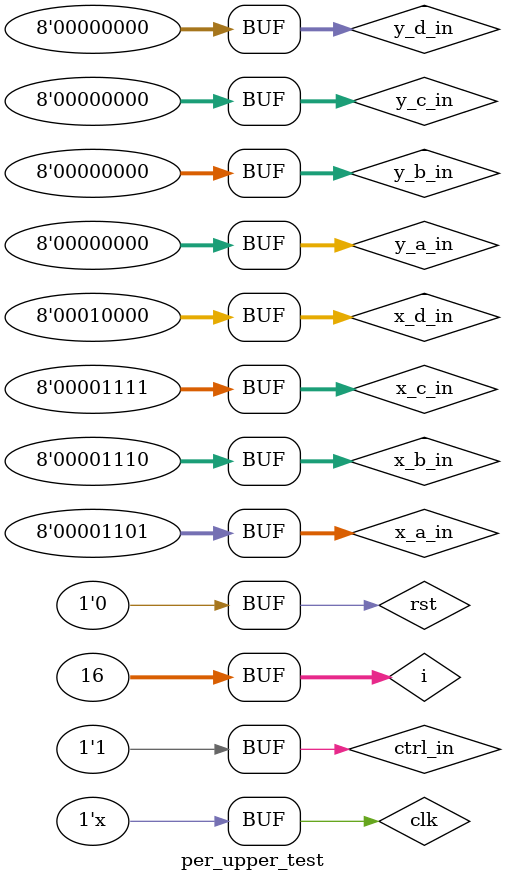
<source format=v>
`timescale 1ns / 1ps


module per_upper_test;
    parameter clk_period = 6;
	// Inputs
	reg clk;
	reg rst;
	reg [7:0] x_a_in;
	reg [7:0] y_a_in;
	reg [7:0] x_b_in;
	reg [7:0] y_b_in;
	reg [7:0] x_c_in;
	reg [7:0] y_c_in;
	reg [7:0] x_d_in;
	reg [7:0] y_d_in;
	reg ctrl_in;

	// Outputs
	wire [7:0] x_a_out;
	wire [7:0] y_a_out;
	wire [7:0] x_b_out;
	wire [7:0] y_b_out;
	wire [7:0] x_c_out;
	wire [7:0] y_c_out;
	wire [7:0] x_d_out;
	wire [7:0] y_d_out;
	wire ctrl_out;

	// Instantiate the Unit Under Test (UUT)
	pmt_lower_com uut (
		.clk(clk), 
		.rst(rst), 
		.x_a_in(x_a_in), 
		.y_a_in(y_a_in), 
		.x_b_in(x_b_in), 
		.y_b_in(y_b_in), 
		.x_c_in(x_c_in), 
		.y_c_in(y_c_in), 
		.x_d_in(x_d_in), 
		.y_d_in(y_d_in), 
		.x_a_out(x_a_out), 
		.y_a_out(y_a_out), 
		.x_b_out(x_b_out), 
		.y_b_out(y_b_out), 
		.x_c_out(x_c_out), 
		.y_c_out(y_c_out), 
		.x_d_out(x_d_out), 
		.y_d_out(y_d_out), 
		.ctrl_in(ctrl_in), 
		.ctrl_out(ctrl_out)
	);
   
    always #(clk_period/2) clk = ~clk;
	
	integer i;
	initial begin
		// Initialize Inputs
		clk = 0;
		rst = 1;
		x_a_in = 0;
		y_a_in = 0;
		x_b_in = 0;
		y_b_in = 0;
		x_c_in = 0;
		y_c_in = 0;
		x_d_in = 0;
		y_d_in = 0;
		ctrl_in = 0;

		// Wait 100 ns for global reset to finish
		#(clk_period*20);
		#(clk_period/2);
		#(0.5);
		
		rst = 0;
		x_a_in = 0;
		y_a_in = 0;
		x_b_in = 0;
		y_b_in = 0;
		x_c_in = 0;
		y_c_in = 0;
		x_d_in = 0;
		y_d_in = 0;
		ctrl_in = 1;
		#(clk_period);
		
		for(i=0; i<16; i=i+1) begin		
			x_a_in = 1;
			y_a_in = 0;
			x_b_in = 2;
			y_b_in = 0;
			x_c_in = 3;
			y_c_in = 0;
			x_d_in = 4;
			y_d_in = 0;
			ctrl_in = 0;
			#(clk_period);
			
			x_a_in = 5;
			y_a_in = 0;
			x_b_in = 6;
			y_b_in = 0;
			x_c_in = 7;
			y_c_in = 0;
			x_d_in = 8;
			y_d_in = 0;
			ctrl_in = 0;
			#(clk_period);
			
			x_a_in = 9;
			y_a_in = 0;
			x_b_in = 10;
			y_b_in = 0;
			x_c_in = 11;
			y_c_in = 0;
			x_d_in = 12;
			y_d_in = 0;
			ctrl_in = 0;
			#(clk_period);
			
			x_a_in = 13;
			y_a_in = 0;
			x_b_in = 14;
			y_b_in = 0;
			x_c_in = 15;
			y_c_in = 0;
			x_d_in = 16;
			y_d_in = 0;
			ctrl_in = 1;
			#(clk_period);
		end        
		// Add stimulus here

	end
      
endmodule


</source>
